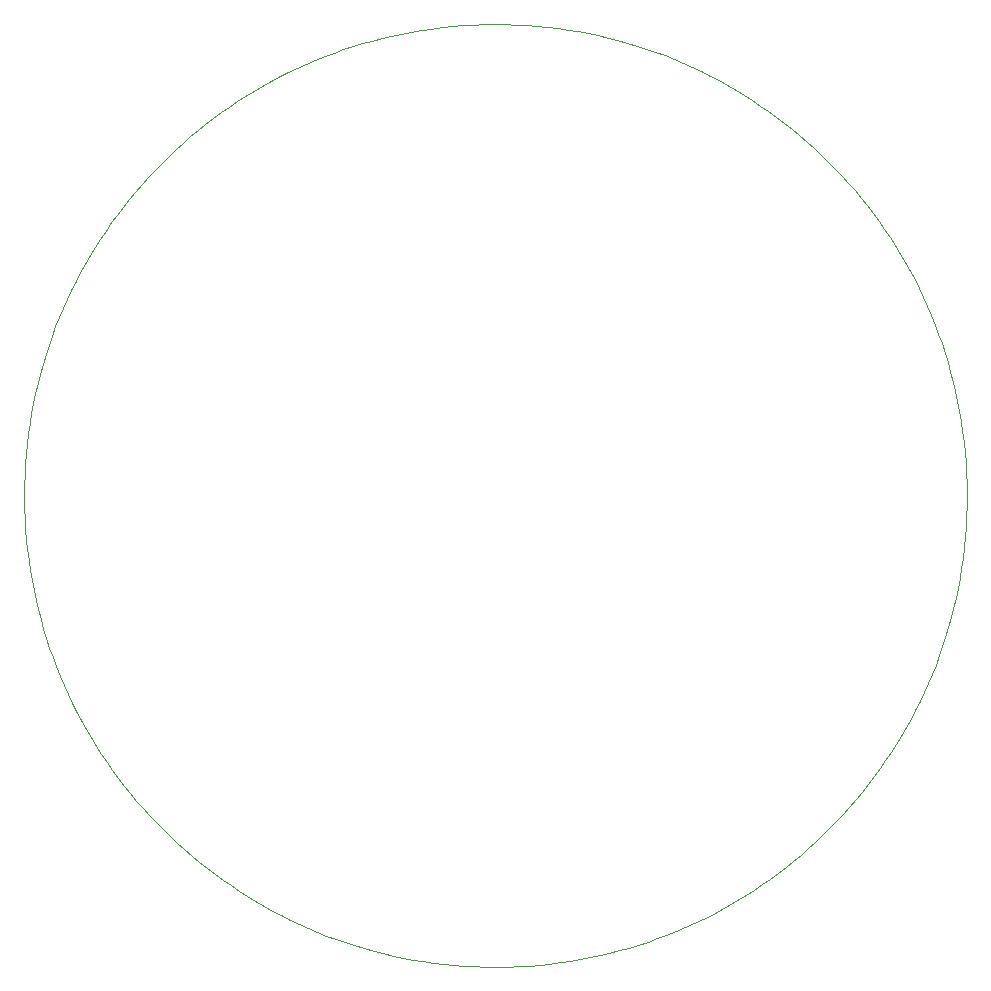
<source format=gbr>
%TF.GenerationSoftware,KiCad,Pcbnew,8.0.8*%
%TF.CreationDate,2025-04-01T18:22:34+02:00*%
%TF.ProjectId,Haibadge_B,48616962-6164-4676-955f-422e6b696361,rev?*%
%TF.SameCoordinates,Original*%
%TF.FileFunction,Profile,NP*%
%FSLAX46Y46*%
G04 Gerber Fmt 4.6, Leading zero omitted, Abs format (unit mm)*
G04 Created by KiCad (PCBNEW 8.0.8) date 2025-04-01 18:22:34*
%MOMM*%
%LPD*%
G01*
G04 APERTURE LIST*
%TA.AperFunction,Profile*%
%ADD10C,0.100000*%
%TD*%
G04 APERTURE END LIST*
D10*
X140807000Y-100024000D02*
X141691000Y-100053000D01*
X142570000Y-100101000D01*
X143444000Y-100168000D01*
X144313000Y-100253000D01*
X145176000Y-100357000D01*
X146033000Y-100480000D01*
X146885000Y-100620000D01*
X147730000Y-100778000D01*
X148569000Y-100954000D01*
X149401000Y-101148000D01*
X150227000Y-101358000D01*
X151045000Y-101586000D01*
X151857000Y-101831000D01*
X152661000Y-102092000D01*
X153457000Y-102370000D01*
X154246000Y-102664000D01*
X155027000Y-102974000D01*
X155799000Y-103299000D01*
X156563000Y-103641000D01*
X157319000Y-103998000D01*
X158066000Y-104370000D01*
X158804000Y-104757000D01*
X159532000Y-105160000D01*
X160252000Y-105576000D01*
X160962000Y-106008000D01*
X161662000Y-106453000D01*
X162352000Y-106912000D01*
X163031000Y-107386000D01*
X163701000Y-107873000D01*
X164360000Y-108373000D01*
X165008000Y-108887000D01*
X165645000Y-109414000D01*
X166271000Y-109953000D01*
X166885000Y-110505000D01*
X167488000Y-111070000D01*
X168079000Y-111647000D01*
X168658000Y-112236000D01*
X169225000Y-112836000D01*
X169780000Y-113449000D01*
X170322000Y-114072000D01*
X170851000Y-114707000D01*
X171367000Y-115353000D01*
X171870000Y-116010000D01*
X172359000Y-116678000D01*
X172835000Y-117355000D01*
X173297000Y-118044000D01*
X173745000Y-118742000D01*
X174179000Y-119450000D01*
X174599000Y-120167000D01*
X175004000Y-120894000D01*
X175394000Y-121630000D01*
X175769000Y-122375000D01*
X176129000Y-123129000D01*
X176473000Y-123892000D01*
X176802000Y-124663000D01*
X177115000Y-125442000D01*
X177412000Y-126230000D01*
X177693000Y-127025000D01*
X177957000Y-127827000D01*
X178205000Y-128637000D01*
X178436000Y-129455000D01*
X178650000Y-130279000D01*
X178846000Y-131110000D01*
X179026000Y-131948000D01*
X179187000Y-132792000D01*
X179331000Y-133642000D01*
X179457000Y-134498000D01*
X179564000Y-135360000D01*
X179653000Y-136228000D01*
X179724000Y-137101000D01*
X179775000Y-137979000D01*
X179808000Y-138862000D01*
X179821000Y-139750000D01*
X179822000Y-139918000D01*
X179812000Y-140807000D01*
X179783000Y-141691000D01*
X179735000Y-142570000D01*
X179668000Y-143444000D01*
X179582000Y-144313000D01*
X179478000Y-145176000D01*
X179356000Y-146033000D01*
X179216000Y-146885000D01*
X179057000Y-147730000D01*
X178881000Y-148569000D01*
X178688000Y-149401000D01*
X178477000Y-150227000D01*
X178250000Y-151045000D01*
X178005000Y-151857000D01*
X177744000Y-152661000D01*
X177466000Y-153457000D01*
X177172000Y-154246000D01*
X176862000Y-155027000D01*
X176536000Y-155799000D01*
X176195000Y-156563000D01*
X175838000Y-157319000D01*
X175466000Y-158066000D01*
X175078000Y-158804000D01*
X174676000Y-159532000D01*
X174259000Y-160252000D01*
X173828000Y-160962000D01*
X173383000Y-161662000D01*
X172923000Y-162352000D01*
X172450000Y-163031000D01*
X171963000Y-163701000D01*
X171463000Y-164360000D01*
X170949000Y-165008000D01*
X170422000Y-165645000D01*
X169883000Y-166271000D01*
X169331000Y-166885000D01*
X168766000Y-167488000D01*
X168189000Y-168079000D01*
X167600000Y-168658000D01*
X167000000Y-169225000D01*
X166387000Y-169780000D01*
X165763000Y-170322000D01*
X165128000Y-170851000D01*
X164482000Y-171367000D01*
X163826000Y-171870000D01*
X163158000Y-172359000D01*
X162480000Y-172835000D01*
X161792000Y-173297000D01*
X161094000Y-173745000D01*
X160386000Y-174179000D01*
X159669000Y-174599000D01*
X158942000Y-175004000D01*
X158206000Y-175394000D01*
X157460000Y-175769000D01*
X156706000Y-176129000D01*
X155944000Y-176473000D01*
X155173000Y-176802000D01*
X154393000Y-177115000D01*
X153606000Y-177412000D01*
X152811000Y-177693000D01*
X152009000Y-177957000D01*
X151198000Y-178205000D01*
X150381000Y-178436000D01*
X149557000Y-178650000D01*
X148726000Y-178846000D01*
X147888000Y-179026000D01*
X147044000Y-179187000D01*
X146194000Y-179331000D01*
X145338000Y-179457000D01*
X144476000Y-179564000D01*
X143608000Y-179653000D01*
X142735000Y-179724000D01*
X141857000Y-179775000D01*
X140974000Y-179808000D01*
X140086000Y-179821000D01*
X139918000Y-179822000D01*
X139029000Y-179812000D01*
X138145000Y-179783000D01*
X137266000Y-179735000D01*
X136392000Y-179668000D01*
X135523000Y-179582000D01*
X134660000Y-179478000D01*
X133803000Y-179356000D01*
X132951000Y-179216000D01*
X132106000Y-179057000D01*
X131267000Y-178881000D01*
X130435000Y-178688000D01*
X129609000Y-178477000D01*
X128791000Y-178250000D01*
X127979000Y-178005000D01*
X127175000Y-177744000D01*
X126379000Y-177466000D01*
X125590000Y-177172000D01*
X124809000Y-176862000D01*
X124037000Y-176536000D01*
X123272000Y-176195000D01*
X122517000Y-175838000D01*
X121770000Y-175466000D01*
X121032000Y-175078000D01*
X120303000Y-174676000D01*
X119584000Y-174259000D01*
X118874000Y-173828000D01*
X118174000Y-173383000D01*
X117484000Y-172923000D01*
X116804000Y-172450000D01*
X116135000Y-171963000D01*
X115476000Y-171463000D01*
X114828000Y-170949000D01*
X114191000Y-170422000D01*
X113565000Y-169883000D01*
X112951000Y-169331000D01*
X112348000Y-168766000D01*
X111757000Y-168189000D01*
X111178000Y-167600000D01*
X110611000Y-167000000D01*
X110056000Y-166387000D01*
X109514000Y-165763000D01*
X108985000Y-165128000D01*
X108469000Y-164482000D01*
X107966000Y-163826000D01*
X107477000Y-163158000D01*
X107001000Y-162480000D01*
X106538000Y-161792000D01*
X106090000Y-161094000D01*
X105656000Y-160386000D01*
X105237000Y-159669000D01*
X104832000Y-158942000D01*
X104442000Y-158206000D01*
X104067000Y-157460000D01*
X103707000Y-156706000D01*
X103363000Y-155944000D01*
X103034000Y-155173000D01*
X102721000Y-154393000D01*
X102424000Y-153606000D01*
X102143000Y-152811000D01*
X101879000Y-152009000D01*
X101631000Y-151198000D01*
X101400000Y-150381000D01*
X101186000Y-149557000D01*
X100989000Y-148726000D01*
X100810000Y-147888000D01*
X100649000Y-147044000D01*
X100505000Y-146194000D01*
X100379000Y-145338000D01*
X100272000Y-144476000D01*
X100182000Y-143608000D01*
X100112000Y-142735000D01*
X100060000Y-141857000D01*
X100028000Y-140974000D01*
X100014000Y-140086000D01*
X100014000Y-139918000D01*
X100024000Y-139029000D01*
X100053000Y-138145000D01*
X100101000Y-137266000D01*
X100168000Y-136392000D01*
X100253000Y-135523000D01*
X100357000Y-134660000D01*
X100480000Y-133803000D01*
X100620000Y-132951000D01*
X100778000Y-132106000D01*
X100954000Y-131267000D01*
X101148000Y-130435000D01*
X101358000Y-129609000D01*
X101586000Y-128791000D01*
X101831000Y-127979000D01*
X102092000Y-127175000D01*
X102370000Y-126379000D01*
X102664000Y-125590000D01*
X102974000Y-124809000D01*
X103299000Y-124037000D01*
X103641000Y-123272000D01*
X103998000Y-122517000D01*
X104370000Y-121770000D01*
X104757000Y-121032000D01*
X105160000Y-120303000D01*
X105576000Y-119584000D01*
X106008000Y-118874000D01*
X106453000Y-118174000D01*
X106912000Y-117484000D01*
X107386000Y-116804000D01*
X107873000Y-116135000D01*
X108373000Y-115476000D01*
X108887000Y-114828000D01*
X109414000Y-114191000D01*
X109953000Y-113565000D01*
X110505000Y-112951000D01*
X111070000Y-112348000D01*
X111647000Y-111757000D01*
X112236000Y-111178000D01*
X112836000Y-110611000D01*
X113449000Y-110056000D01*
X114072000Y-109514000D01*
X114707000Y-108985000D01*
X115353000Y-108469000D01*
X116010000Y-107966000D01*
X116678000Y-107477000D01*
X117355000Y-107001000D01*
X118044000Y-106538000D01*
X118742000Y-106090000D01*
X119450000Y-105656000D01*
X120167000Y-105237000D01*
X120894000Y-104832000D01*
X121630000Y-104442000D01*
X122375000Y-104067000D01*
X123129000Y-103707000D01*
X123892000Y-103363000D01*
X124663000Y-103034000D01*
X125442000Y-102721000D01*
X126230000Y-102424000D01*
X127025000Y-102143000D01*
X127827000Y-101879000D01*
X128637000Y-101631000D01*
X129455000Y-101400000D01*
X130279000Y-101186000D01*
X131110000Y-100989000D01*
X131948000Y-100810000D01*
X132792000Y-100649000D01*
X133642000Y-100505000D01*
X134498000Y-100379000D01*
X135360000Y-100272000D01*
X136228000Y-100182000D01*
X137101000Y-100112000D01*
X137979000Y-100060000D01*
X138862000Y-100028000D01*
X139750000Y-100014000D01*
X139918000Y-100014000D01*
X140807000Y-100024000D01*
M02*

</source>
